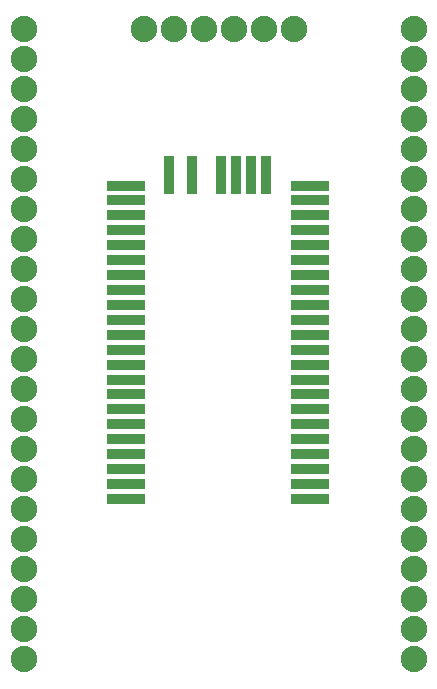
<source format=gts>
G04 MADE WITH FRITZING*
G04 WWW.FRITZING.ORG*
G04 DOUBLE SIDED*
G04 HOLES PLATED*
G04 CONTOUR ON CENTER OF CONTOUR VECTOR*
%ASAXBY*%
%FSLAX23Y23*%
%MOIN*%
%OFA0B0*%
%SFA1.0B1.0*%
%ADD10C,0.088000*%
%ADD11R,0.129113X0.037432*%
%ADD12R,0.129113X0.037418*%
%ADD13R,0.037789X0.127580*%
%ADD14R,0.037803X0.127580*%
%LNMASK1*%
G90*
G70*
G54D10*
X1472Y2262D03*
X1472Y2162D03*
X1472Y2062D03*
X1472Y1962D03*
X1472Y1862D03*
X1472Y1762D03*
X1472Y1662D03*
X1472Y1562D03*
X1472Y1462D03*
X1472Y1362D03*
X1472Y1262D03*
X1472Y1162D03*
X1472Y1062D03*
X1472Y962D03*
X1472Y862D03*
X1472Y762D03*
X1472Y662D03*
X1472Y562D03*
X1472Y462D03*
X1472Y362D03*
X1472Y262D03*
X1472Y162D03*
X171Y2263D03*
X171Y2163D03*
X171Y2063D03*
X171Y1963D03*
X171Y1863D03*
X171Y1763D03*
X171Y1663D03*
X171Y1563D03*
X171Y1463D03*
X171Y1363D03*
X171Y1263D03*
X171Y1163D03*
X171Y1063D03*
X171Y963D03*
X171Y863D03*
X171Y763D03*
X171Y663D03*
X171Y563D03*
X171Y463D03*
X171Y363D03*
X171Y263D03*
X171Y163D03*
X1071Y2263D03*
X971Y2263D03*
X871Y2263D03*
X771Y2263D03*
X671Y2263D03*
X571Y2263D03*
G54D11*
X511Y1741D03*
X511Y1692D03*
X511Y1642D03*
X511Y1592D03*
X511Y1542D03*
X511Y1492D03*
X511Y1443D03*
X511Y1393D03*
X511Y1343D03*
X511Y1293D03*
X511Y1244D03*
X511Y1194D03*
G54D12*
X511Y1144D03*
X511Y1094D03*
X511Y1045D03*
X511Y995D03*
X511Y945D03*
X511Y895D03*
X511Y845D03*
X511Y796D03*
X511Y746D03*
X511Y696D03*
X1126Y696D03*
X1126Y746D03*
X1126Y796D03*
X1126Y845D03*
X1126Y895D03*
X1126Y945D03*
X1126Y995D03*
X1126Y1045D03*
X1126Y1094D03*
X1126Y1144D03*
G54D11*
X1126Y1194D03*
X1126Y1244D03*
X1126Y1293D03*
X1126Y1343D03*
X1126Y1393D03*
X1126Y1443D03*
X1126Y1492D03*
X1126Y1542D03*
X1126Y1592D03*
X1126Y1642D03*
X1126Y1692D03*
X1126Y1741D03*
G54D13*
X979Y1775D03*
X929Y1775D03*
X878Y1775D03*
G54D14*
X828Y1775D03*
G54D13*
X731Y1775D03*
X657Y1775D03*
G04 End of Mask1*
M02*
</source>
